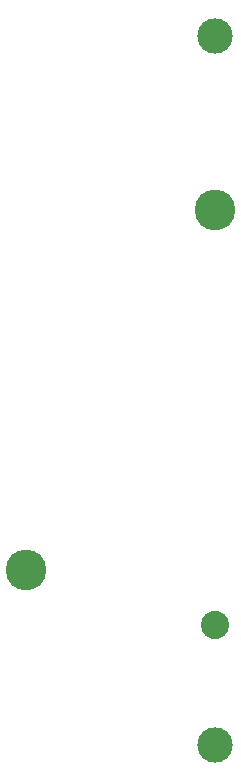
<source format=gbr>
%TF.GenerationSoftware,Altium Limited,Altium Designer,24.10.1 (45)*%
G04 Layer_Color=0*
%FSLAX45Y45*%
%MOMM*%
%TF.SameCoordinates,5FB93C32-CF51-4A86-A7AC-1E4FFFE00694*%
%TF.FilePolarity,Positive*%
%TF.FileFunction,NonPlated,1,4,NPTH,Drill*%
%TF.Part,Single*%
G01*
G75*
%TA.AperFunction,OtherDrill,Pad Free-1 (19mm,3mm)*%
%ADD45C,3.00000*%
%TA.AperFunction,OtherDrill,Pad Free-2 (19mm,63mm)*%
%ADD46C,3.00000*%
%TA.AperFunction,ComponentDrill*%
%ADD47C,3.45000*%
%ADD48C,2.39000*%
D45*
X1900000Y300000D02*
D03*
D46*
Y6300000D02*
D03*
D47*
Y4824000D02*
D03*
X300000Y1776000D02*
D03*
D48*
X1900000Y1312000D02*
D03*
%TF.MD5,b6edd2e33c70adcce3ad2dc0700468b2*%
M02*

</source>
